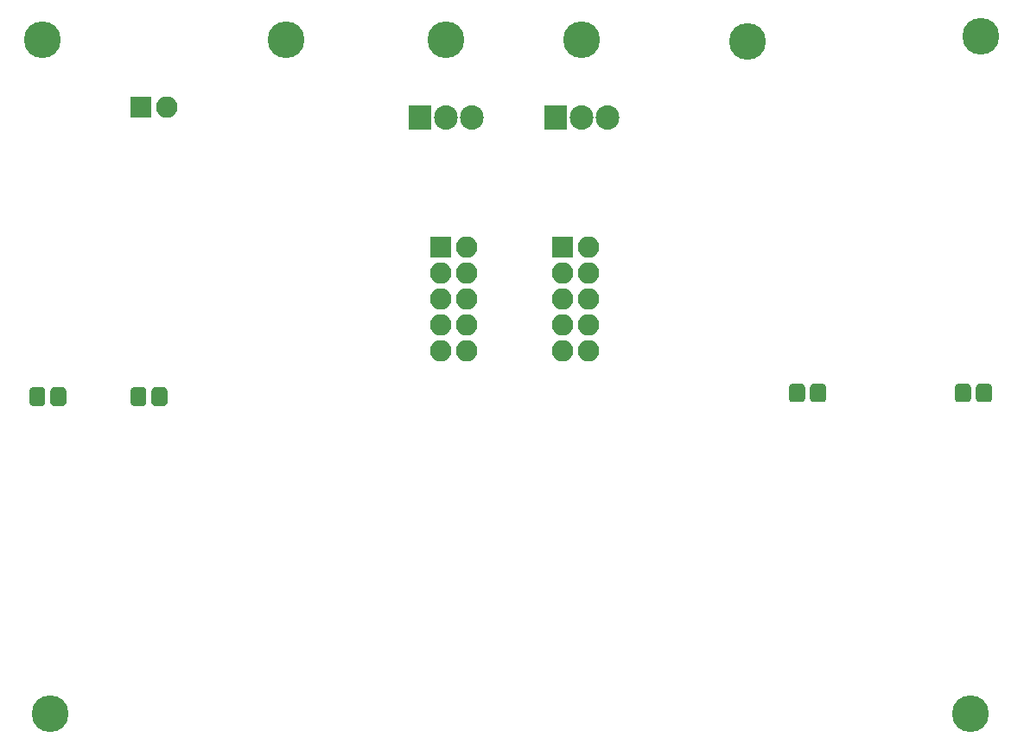
<source format=gbr>
G04 #@! TF.GenerationSoftware,KiCad,Pcbnew,(5.0.0-3-g5ebb6b6)*
G04 #@! TF.CreationDate,2019-02-06T10:52:08+00:00*
G04 #@! TF.ProjectId,AdjustablePSU,41646A75737461626C655053552E6B69,rev?*
G04 #@! TF.SameCoordinates,Original*
G04 #@! TF.FileFunction,Soldermask,Bot*
G04 #@! TF.FilePolarity,Negative*
%FSLAX46Y46*%
G04 Gerber Fmt 4.6, Leading zero omitted, Abs format (unit mm)*
G04 Created by KiCad (PCBNEW (5.0.0-3-g5ebb6b6)) date Wednesday, 06 February 2019 at 10:52:08*
%MOMM*%
%LPD*%
G01*
G04 APERTURE LIST*
%ADD10R,2.305000X2.400000*%
%ADD11O,2.305000X2.400000*%
%ADD12R,2.100000X2.100000*%
%ADD13O,2.100000X2.100000*%
%ADD14C,0.100000*%
%ADD15C,1.550000*%
%ADD16C,3.600000*%
G04 APERTURE END LIST*
D10*
G04 #@! TO.C,U_POSREG1*
X153035000Y-67310000D03*
D11*
X155575000Y-67310000D03*
X158115000Y-67310000D03*
G04 #@! TD*
D12*
G04 #@! TO.C,J_OUT1*
X141732000Y-80010000D03*
D13*
X144272000Y-80010000D03*
X141732000Y-82550000D03*
X144272000Y-82550000D03*
X141732000Y-85090000D03*
X144272000Y-85090000D03*
X141732000Y-87630000D03*
X144272000Y-87630000D03*
X141732000Y-90170000D03*
X144272000Y-90170000D03*
G04 #@! TD*
D11*
G04 #@! TO.C,U_NEGREG1*
X144780000Y-67310000D03*
X142240000Y-67310000D03*
D10*
X139700000Y-67310000D03*
G04 #@! TD*
D12*
G04 #@! TO.C,J_OUT2*
X153670000Y-80010000D03*
D13*
X156210000Y-80010000D03*
X153670000Y-82550000D03*
X156210000Y-82550000D03*
X153670000Y-85090000D03*
X156210000Y-85090000D03*
X153670000Y-87630000D03*
X156210000Y-87630000D03*
X153670000Y-90170000D03*
X156210000Y-90170000D03*
G04 #@! TD*
D12*
G04 #@! TO.C,J_PWR1*
X112395000Y-66294000D03*
D13*
X114935000Y-66294000D03*
G04 #@! TD*
D14*
G04 #@! TO.C,R_NEGREG1*
G36*
X104739364Y-93749623D02*
X104772074Y-93754475D01*
X104804150Y-93762509D01*
X104835284Y-93773649D01*
X104865177Y-93787787D01*
X104893540Y-93804787D01*
X104920100Y-93824485D01*
X104944601Y-93846692D01*
X104966808Y-93871193D01*
X104986506Y-93897753D01*
X105003506Y-93926116D01*
X105017644Y-93956009D01*
X105028784Y-93987143D01*
X105036818Y-94019219D01*
X105041670Y-94051929D01*
X105043293Y-94084956D01*
X105043293Y-95211044D01*
X105041670Y-95244071D01*
X105036818Y-95276781D01*
X105028784Y-95308857D01*
X105017644Y-95339991D01*
X105003506Y-95369884D01*
X104986506Y-95398247D01*
X104966808Y-95424807D01*
X104944601Y-95449308D01*
X104920100Y-95471515D01*
X104893540Y-95491213D01*
X104865177Y-95508213D01*
X104835284Y-95522351D01*
X104804150Y-95533491D01*
X104772074Y-95541525D01*
X104739364Y-95546377D01*
X104706337Y-95548000D01*
X103830249Y-95548000D01*
X103797222Y-95546377D01*
X103764512Y-95541525D01*
X103732436Y-95533491D01*
X103701302Y-95522351D01*
X103671409Y-95508213D01*
X103643046Y-95491213D01*
X103616486Y-95471515D01*
X103591985Y-95449308D01*
X103569778Y-95424807D01*
X103550080Y-95398247D01*
X103533080Y-95369884D01*
X103518942Y-95339991D01*
X103507802Y-95308857D01*
X103499768Y-95276781D01*
X103494916Y-95244071D01*
X103493293Y-95211044D01*
X103493293Y-94084956D01*
X103494916Y-94051929D01*
X103499768Y-94019219D01*
X103507802Y-93987143D01*
X103518942Y-93956009D01*
X103533080Y-93926116D01*
X103550080Y-93897753D01*
X103569778Y-93871193D01*
X103591985Y-93846692D01*
X103616486Y-93824485D01*
X103643046Y-93804787D01*
X103671409Y-93787787D01*
X103701302Y-93773649D01*
X103732436Y-93762509D01*
X103764512Y-93754475D01*
X103797222Y-93749623D01*
X103830249Y-93748000D01*
X104706337Y-93748000D01*
X104739364Y-93749623D01*
X104739364Y-93749623D01*
G37*
D15*
X104268293Y-94648000D03*
D14*
G36*
X102689364Y-93749623D02*
X102722074Y-93754475D01*
X102754150Y-93762509D01*
X102785284Y-93773649D01*
X102815177Y-93787787D01*
X102843540Y-93804787D01*
X102870100Y-93824485D01*
X102894601Y-93846692D01*
X102916808Y-93871193D01*
X102936506Y-93897753D01*
X102953506Y-93926116D01*
X102967644Y-93956009D01*
X102978784Y-93987143D01*
X102986818Y-94019219D01*
X102991670Y-94051929D01*
X102993293Y-94084956D01*
X102993293Y-95211044D01*
X102991670Y-95244071D01*
X102986818Y-95276781D01*
X102978784Y-95308857D01*
X102967644Y-95339991D01*
X102953506Y-95369884D01*
X102936506Y-95398247D01*
X102916808Y-95424807D01*
X102894601Y-95449308D01*
X102870100Y-95471515D01*
X102843540Y-95491213D01*
X102815177Y-95508213D01*
X102785284Y-95522351D01*
X102754150Y-95533491D01*
X102722074Y-95541525D01*
X102689364Y-95546377D01*
X102656337Y-95548000D01*
X101780249Y-95548000D01*
X101747222Y-95546377D01*
X101714512Y-95541525D01*
X101682436Y-95533491D01*
X101651302Y-95522351D01*
X101621409Y-95508213D01*
X101593046Y-95491213D01*
X101566486Y-95471515D01*
X101541985Y-95449308D01*
X101519778Y-95424807D01*
X101500080Y-95398247D01*
X101483080Y-95369884D01*
X101468942Y-95339991D01*
X101457802Y-95308857D01*
X101449768Y-95276781D01*
X101444916Y-95244071D01*
X101443293Y-95211044D01*
X101443293Y-94084956D01*
X101444916Y-94051929D01*
X101449768Y-94019219D01*
X101457802Y-93987143D01*
X101468942Y-93956009D01*
X101483080Y-93926116D01*
X101500080Y-93897753D01*
X101519778Y-93871193D01*
X101541985Y-93846692D01*
X101566486Y-93824485D01*
X101593046Y-93804787D01*
X101621409Y-93787787D01*
X101651302Y-93773649D01*
X101682436Y-93762509D01*
X101714512Y-93754475D01*
X101747222Y-93749623D01*
X101780249Y-93748000D01*
X102656337Y-93748000D01*
X102689364Y-93749623D01*
X102689364Y-93749623D01*
G37*
D15*
X102218293Y-94648000D03*
G04 #@! TD*
D14*
G04 #@! TO.C,R_NEGREG2*
G36*
X112595364Y-93749623D02*
X112628074Y-93754475D01*
X112660150Y-93762509D01*
X112691284Y-93773649D01*
X112721177Y-93787787D01*
X112749540Y-93804787D01*
X112776100Y-93824485D01*
X112800601Y-93846692D01*
X112822808Y-93871193D01*
X112842506Y-93897753D01*
X112859506Y-93926116D01*
X112873644Y-93956009D01*
X112884784Y-93987143D01*
X112892818Y-94019219D01*
X112897670Y-94051929D01*
X112899293Y-94084956D01*
X112899293Y-95211044D01*
X112897670Y-95244071D01*
X112892818Y-95276781D01*
X112884784Y-95308857D01*
X112873644Y-95339991D01*
X112859506Y-95369884D01*
X112842506Y-95398247D01*
X112822808Y-95424807D01*
X112800601Y-95449308D01*
X112776100Y-95471515D01*
X112749540Y-95491213D01*
X112721177Y-95508213D01*
X112691284Y-95522351D01*
X112660150Y-95533491D01*
X112628074Y-95541525D01*
X112595364Y-95546377D01*
X112562337Y-95548000D01*
X111686249Y-95548000D01*
X111653222Y-95546377D01*
X111620512Y-95541525D01*
X111588436Y-95533491D01*
X111557302Y-95522351D01*
X111527409Y-95508213D01*
X111499046Y-95491213D01*
X111472486Y-95471515D01*
X111447985Y-95449308D01*
X111425778Y-95424807D01*
X111406080Y-95398247D01*
X111389080Y-95369884D01*
X111374942Y-95339991D01*
X111363802Y-95308857D01*
X111355768Y-95276781D01*
X111350916Y-95244071D01*
X111349293Y-95211044D01*
X111349293Y-94084956D01*
X111350916Y-94051929D01*
X111355768Y-94019219D01*
X111363802Y-93987143D01*
X111374942Y-93956009D01*
X111389080Y-93926116D01*
X111406080Y-93897753D01*
X111425778Y-93871193D01*
X111447985Y-93846692D01*
X111472486Y-93824485D01*
X111499046Y-93804787D01*
X111527409Y-93787787D01*
X111557302Y-93773649D01*
X111588436Y-93762509D01*
X111620512Y-93754475D01*
X111653222Y-93749623D01*
X111686249Y-93748000D01*
X112562337Y-93748000D01*
X112595364Y-93749623D01*
X112595364Y-93749623D01*
G37*
D15*
X112124293Y-94648000D03*
D14*
G36*
X114645364Y-93749623D02*
X114678074Y-93754475D01*
X114710150Y-93762509D01*
X114741284Y-93773649D01*
X114771177Y-93787787D01*
X114799540Y-93804787D01*
X114826100Y-93824485D01*
X114850601Y-93846692D01*
X114872808Y-93871193D01*
X114892506Y-93897753D01*
X114909506Y-93926116D01*
X114923644Y-93956009D01*
X114934784Y-93987143D01*
X114942818Y-94019219D01*
X114947670Y-94051929D01*
X114949293Y-94084956D01*
X114949293Y-95211044D01*
X114947670Y-95244071D01*
X114942818Y-95276781D01*
X114934784Y-95308857D01*
X114923644Y-95339991D01*
X114909506Y-95369884D01*
X114892506Y-95398247D01*
X114872808Y-95424807D01*
X114850601Y-95449308D01*
X114826100Y-95471515D01*
X114799540Y-95491213D01*
X114771177Y-95508213D01*
X114741284Y-95522351D01*
X114710150Y-95533491D01*
X114678074Y-95541525D01*
X114645364Y-95546377D01*
X114612337Y-95548000D01*
X113736249Y-95548000D01*
X113703222Y-95546377D01*
X113670512Y-95541525D01*
X113638436Y-95533491D01*
X113607302Y-95522351D01*
X113577409Y-95508213D01*
X113549046Y-95491213D01*
X113522486Y-95471515D01*
X113497985Y-95449308D01*
X113475778Y-95424807D01*
X113456080Y-95398247D01*
X113439080Y-95369884D01*
X113424942Y-95339991D01*
X113413802Y-95308857D01*
X113405768Y-95276781D01*
X113400916Y-95244071D01*
X113399293Y-95211044D01*
X113399293Y-94084956D01*
X113400916Y-94051929D01*
X113405768Y-94019219D01*
X113413802Y-93987143D01*
X113424942Y-93956009D01*
X113439080Y-93926116D01*
X113456080Y-93897753D01*
X113475778Y-93871193D01*
X113497985Y-93846692D01*
X113522486Y-93824485D01*
X113549046Y-93804787D01*
X113577409Y-93787787D01*
X113607302Y-93773649D01*
X113638436Y-93762509D01*
X113670512Y-93754475D01*
X113703222Y-93749623D01*
X113736249Y-93748000D01*
X114612337Y-93748000D01*
X114645364Y-93749623D01*
X114645364Y-93749623D01*
G37*
D15*
X114174293Y-94648000D03*
G04 #@! TD*
D14*
G04 #@! TO.C,R_POSREG1*
G36*
X193375071Y-93400133D02*
X193407781Y-93404985D01*
X193439857Y-93413019D01*
X193470991Y-93424159D01*
X193500884Y-93438297D01*
X193529247Y-93455297D01*
X193555807Y-93474995D01*
X193580308Y-93497202D01*
X193602515Y-93521703D01*
X193622213Y-93548263D01*
X193639213Y-93576626D01*
X193653351Y-93606519D01*
X193664491Y-93637653D01*
X193672525Y-93669729D01*
X193677377Y-93702439D01*
X193679000Y-93735466D01*
X193679000Y-94861554D01*
X193677377Y-94894581D01*
X193672525Y-94927291D01*
X193664491Y-94959367D01*
X193653351Y-94990501D01*
X193639213Y-95020394D01*
X193622213Y-95048757D01*
X193602515Y-95075317D01*
X193580308Y-95099818D01*
X193555807Y-95122025D01*
X193529247Y-95141723D01*
X193500884Y-95158723D01*
X193470991Y-95172861D01*
X193439857Y-95184001D01*
X193407781Y-95192035D01*
X193375071Y-95196887D01*
X193342044Y-95198510D01*
X192465956Y-95198510D01*
X192432929Y-95196887D01*
X192400219Y-95192035D01*
X192368143Y-95184001D01*
X192337009Y-95172861D01*
X192307116Y-95158723D01*
X192278753Y-95141723D01*
X192252193Y-95122025D01*
X192227692Y-95099818D01*
X192205485Y-95075317D01*
X192185787Y-95048757D01*
X192168787Y-95020394D01*
X192154649Y-94990501D01*
X192143509Y-94959367D01*
X192135475Y-94927291D01*
X192130623Y-94894581D01*
X192129000Y-94861554D01*
X192129000Y-93735466D01*
X192130623Y-93702439D01*
X192135475Y-93669729D01*
X192143509Y-93637653D01*
X192154649Y-93606519D01*
X192168787Y-93576626D01*
X192185787Y-93548263D01*
X192205485Y-93521703D01*
X192227692Y-93497202D01*
X192252193Y-93474995D01*
X192278753Y-93455297D01*
X192307116Y-93438297D01*
X192337009Y-93424159D01*
X192368143Y-93413019D01*
X192400219Y-93404985D01*
X192432929Y-93400133D01*
X192465956Y-93398510D01*
X193342044Y-93398510D01*
X193375071Y-93400133D01*
X193375071Y-93400133D01*
G37*
D15*
X192904000Y-94298510D03*
D14*
G36*
X195425071Y-93400133D02*
X195457781Y-93404985D01*
X195489857Y-93413019D01*
X195520991Y-93424159D01*
X195550884Y-93438297D01*
X195579247Y-93455297D01*
X195605807Y-93474995D01*
X195630308Y-93497202D01*
X195652515Y-93521703D01*
X195672213Y-93548263D01*
X195689213Y-93576626D01*
X195703351Y-93606519D01*
X195714491Y-93637653D01*
X195722525Y-93669729D01*
X195727377Y-93702439D01*
X195729000Y-93735466D01*
X195729000Y-94861554D01*
X195727377Y-94894581D01*
X195722525Y-94927291D01*
X195714491Y-94959367D01*
X195703351Y-94990501D01*
X195689213Y-95020394D01*
X195672213Y-95048757D01*
X195652515Y-95075317D01*
X195630308Y-95099818D01*
X195605807Y-95122025D01*
X195579247Y-95141723D01*
X195550884Y-95158723D01*
X195520991Y-95172861D01*
X195489857Y-95184001D01*
X195457781Y-95192035D01*
X195425071Y-95196887D01*
X195392044Y-95198510D01*
X194515956Y-95198510D01*
X194482929Y-95196887D01*
X194450219Y-95192035D01*
X194418143Y-95184001D01*
X194387009Y-95172861D01*
X194357116Y-95158723D01*
X194328753Y-95141723D01*
X194302193Y-95122025D01*
X194277692Y-95099818D01*
X194255485Y-95075317D01*
X194235787Y-95048757D01*
X194218787Y-95020394D01*
X194204649Y-94990501D01*
X194193509Y-94959367D01*
X194185475Y-94927291D01*
X194180623Y-94894581D01*
X194179000Y-94861554D01*
X194179000Y-93735466D01*
X194180623Y-93702439D01*
X194185475Y-93669729D01*
X194193509Y-93637653D01*
X194204649Y-93606519D01*
X194218787Y-93576626D01*
X194235787Y-93548263D01*
X194255485Y-93521703D01*
X194277692Y-93497202D01*
X194302193Y-93474995D01*
X194328753Y-93455297D01*
X194357116Y-93438297D01*
X194387009Y-93424159D01*
X194418143Y-93413019D01*
X194450219Y-93404985D01*
X194482929Y-93400133D01*
X194515956Y-93398510D01*
X195392044Y-93398510D01*
X195425071Y-93400133D01*
X195425071Y-93400133D01*
G37*
D15*
X194954000Y-94298510D03*
G04 #@! TD*
D14*
G04 #@! TO.C,R_POSREG2*
G36*
X179169071Y-93400133D02*
X179201781Y-93404985D01*
X179233857Y-93413019D01*
X179264991Y-93424159D01*
X179294884Y-93438297D01*
X179323247Y-93455297D01*
X179349807Y-93474995D01*
X179374308Y-93497202D01*
X179396515Y-93521703D01*
X179416213Y-93548263D01*
X179433213Y-93576626D01*
X179447351Y-93606519D01*
X179458491Y-93637653D01*
X179466525Y-93669729D01*
X179471377Y-93702439D01*
X179473000Y-93735466D01*
X179473000Y-94861554D01*
X179471377Y-94894581D01*
X179466525Y-94927291D01*
X179458491Y-94959367D01*
X179447351Y-94990501D01*
X179433213Y-95020394D01*
X179416213Y-95048757D01*
X179396515Y-95075317D01*
X179374308Y-95099818D01*
X179349807Y-95122025D01*
X179323247Y-95141723D01*
X179294884Y-95158723D01*
X179264991Y-95172861D01*
X179233857Y-95184001D01*
X179201781Y-95192035D01*
X179169071Y-95196887D01*
X179136044Y-95198510D01*
X178259956Y-95198510D01*
X178226929Y-95196887D01*
X178194219Y-95192035D01*
X178162143Y-95184001D01*
X178131009Y-95172861D01*
X178101116Y-95158723D01*
X178072753Y-95141723D01*
X178046193Y-95122025D01*
X178021692Y-95099818D01*
X177999485Y-95075317D01*
X177979787Y-95048757D01*
X177962787Y-95020394D01*
X177948649Y-94990501D01*
X177937509Y-94959367D01*
X177929475Y-94927291D01*
X177924623Y-94894581D01*
X177923000Y-94861554D01*
X177923000Y-93735466D01*
X177924623Y-93702439D01*
X177929475Y-93669729D01*
X177937509Y-93637653D01*
X177948649Y-93606519D01*
X177962787Y-93576626D01*
X177979787Y-93548263D01*
X177999485Y-93521703D01*
X178021692Y-93497202D01*
X178046193Y-93474995D01*
X178072753Y-93455297D01*
X178101116Y-93438297D01*
X178131009Y-93424159D01*
X178162143Y-93413019D01*
X178194219Y-93404985D01*
X178226929Y-93400133D01*
X178259956Y-93398510D01*
X179136044Y-93398510D01*
X179169071Y-93400133D01*
X179169071Y-93400133D01*
G37*
D15*
X178698000Y-94298510D03*
D14*
G36*
X177119071Y-93400133D02*
X177151781Y-93404985D01*
X177183857Y-93413019D01*
X177214991Y-93424159D01*
X177244884Y-93438297D01*
X177273247Y-93455297D01*
X177299807Y-93474995D01*
X177324308Y-93497202D01*
X177346515Y-93521703D01*
X177366213Y-93548263D01*
X177383213Y-93576626D01*
X177397351Y-93606519D01*
X177408491Y-93637653D01*
X177416525Y-93669729D01*
X177421377Y-93702439D01*
X177423000Y-93735466D01*
X177423000Y-94861554D01*
X177421377Y-94894581D01*
X177416525Y-94927291D01*
X177408491Y-94959367D01*
X177397351Y-94990501D01*
X177383213Y-95020394D01*
X177366213Y-95048757D01*
X177346515Y-95075317D01*
X177324308Y-95099818D01*
X177299807Y-95122025D01*
X177273247Y-95141723D01*
X177244884Y-95158723D01*
X177214991Y-95172861D01*
X177183857Y-95184001D01*
X177151781Y-95192035D01*
X177119071Y-95196887D01*
X177086044Y-95198510D01*
X176209956Y-95198510D01*
X176176929Y-95196887D01*
X176144219Y-95192035D01*
X176112143Y-95184001D01*
X176081009Y-95172861D01*
X176051116Y-95158723D01*
X176022753Y-95141723D01*
X175996193Y-95122025D01*
X175971692Y-95099818D01*
X175949485Y-95075317D01*
X175929787Y-95048757D01*
X175912787Y-95020394D01*
X175898649Y-94990501D01*
X175887509Y-94959367D01*
X175879475Y-94927291D01*
X175874623Y-94894581D01*
X175873000Y-94861554D01*
X175873000Y-93735466D01*
X175874623Y-93702439D01*
X175879475Y-93669729D01*
X175887509Y-93637653D01*
X175898649Y-93606519D01*
X175912787Y-93576626D01*
X175929787Y-93548263D01*
X175949485Y-93521703D01*
X175971692Y-93497202D01*
X175996193Y-93474995D01*
X176022753Y-93455297D01*
X176051116Y-93438297D01*
X176081009Y-93424159D01*
X176112143Y-93413019D01*
X176144219Y-93404985D01*
X176176929Y-93400133D01*
X176209956Y-93398510D01*
X177086044Y-93398510D01*
X177119071Y-93400133D01*
X177119071Y-93400133D01*
G37*
D15*
X176648000Y-94298510D03*
G04 #@! TD*
D16*
G04 #@! TO.C,REF\002A\002A*
X171831000Y-59817000D03*
G04 #@! TD*
G04 #@! TO.C,REF\002A\002A*
X126619000Y-59690000D03*
G04 #@! TD*
G04 #@! TO.C,REF\002A\002A*
X102743000Y-59690000D03*
G04 #@! TD*
G04 #@! TO.C,REF\002A\002A*
X194691000Y-59309000D03*
G04 #@! TD*
G04 #@! TO.C,REF\002A\002A*
X193675000Y-125730000D03*
G04 #@! TD*
G04 #@! TO.C,REF\002A\002A*
X103505000Y-125730000D03*
G04 #@! TD*
G04 #@! TO.C,REF\002A\002A*
X142240000Y-59690000D03*
G04 #@! TD*
G04 #@! TO.C,REF\002A\002A*
X155575000Y-59690000D03*
G04 #@! TD*
M02*

</source>
